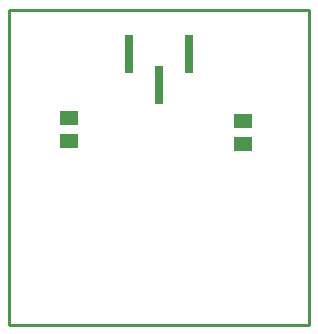
<source format=gbp>
G75*
%MOIN*%
%OFA0B0*%
%FSLAX25Y25*%
%IPPOS*%
%LPD*%
%AMOC8*
5,1,8,0,0,1.08239X$1,22.5*
%
%ADD10C,0.01000*%
%ADD11R,0.05906X0.05118*%
%ADD12R,0.02700X0.12600*%
D10*
X0046300Y0041300D02*
X0146300Y0041300D01*
X0146300Y0146300D01*
X0046300Y0146300D01*
X0046300Y0041300D01*
D11*
X0066300Y0102560D03*
X0066300Y0110040D03*
X0124300Y0109040D03*
X0124300Y0101560D03*
D12*
X0096300Y0121200D03*
X0086300Y0131400D03*
X0106300Y0131400D03*
M02*

</source>
